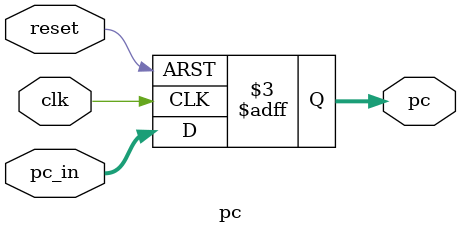
<source format=v>
module pc(
input wire clk,reset,
input  [31:0] pc_in ,
output reg [31:0] pc
);

always @(posedge clk ,negedge reset )
    begin 
        if (!reset)
            begin 
                pc   <=32'h00000000;
            end
        else
            begin
                pc<=pc_in;

            end 
    end
endmodule


</source>
